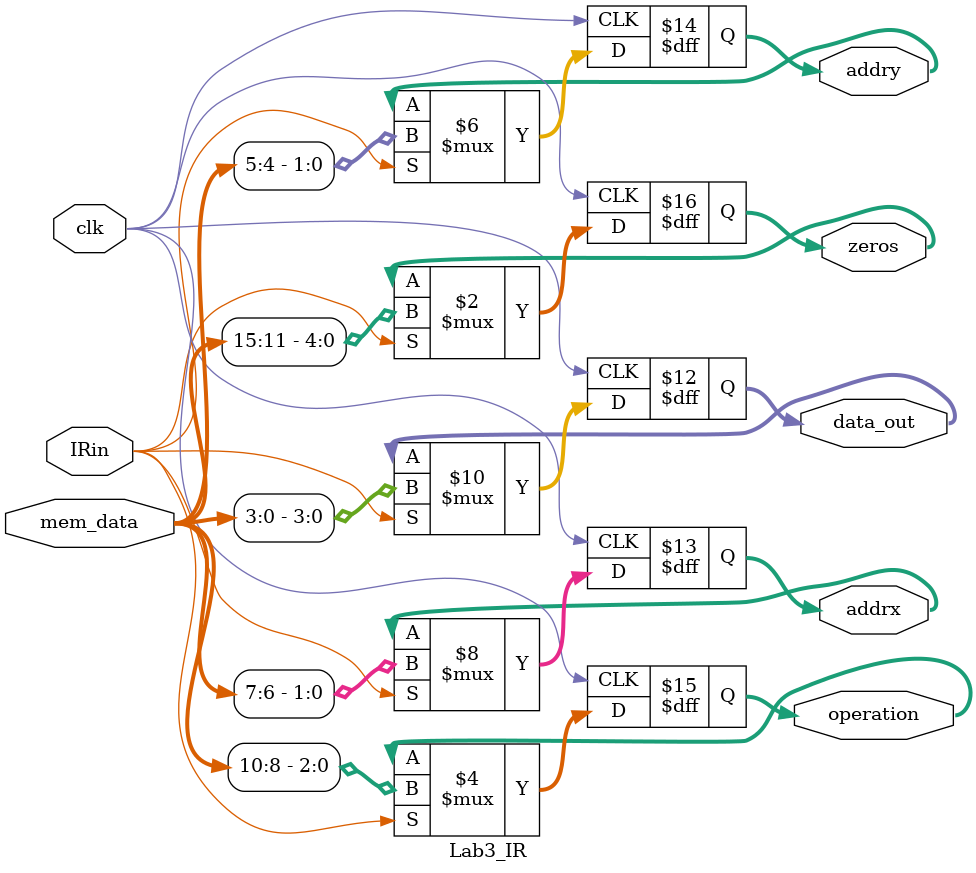
<source format=v>
module Lab3_IR(
	input [15:0] mem_data,
	input clk,
	input IRin,
    output reg [3:0] data_out,    
	output reg [1:0] addrx,   
	output reg [1:0] addry,   
	output reg [2:0] operation, 
	output reg [4:0] zeros     
);
	
	always@(posedge clk)
    begin
        if(IRin)
        begin
            zeros    <= mem_data[15:11];
            operation<= mem_data[10:8];
            addrx    <= mem_data[7:6];
            addry    <= mem_data[5:4];
            data_out <= mem_data[3:0];
        end
    end
	


endmodule
</source>
